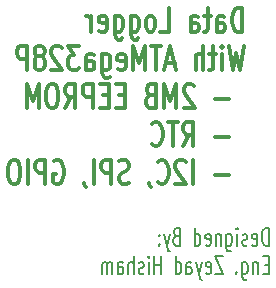
<source format=gbr>
%TF.GenerationSoftware,KiCad,Pcbnew,9.0.2*%
%TF.CreationDate,2025-09-04T16:38:10+03:00*%
%TF.ProjectId,MCU Data Logger,4d435520-4461-4746-9120-4c6f67676572,rev?*%
%TF.SameCoordinates,Original*%
%TF.FileFunction,Legend,Bot*%
%TF.FilePolarity,Positive*%
%FSLAX46Y46*%
G04 Gerber Fmt 4.6, Leading zero omitted, Abs format (unit mm)*
G04 Created by KiCad (PCBNEW 9.0.2) date 2025-09-04 16:38:10*
%MOMM*%
%LPD*%
G01*
G04 APERTURE LIST*
%ADD10C,0.300000*%
%ADD11C,0.200000*%
G04 APERTURE END LIST*
D10*
X160557689Y-38498286D02*
X160557689Y-36498286D01*
X160557689Y-36498286D02*
X160200546Y-36498286D01*
X160200546Y-36498286D02*
X159986260Y-36593524D01*
X159986260Y-36593524D02*
X159843403Y-36784000D01*
X159843403Y-36784000D02*
X159771974Y-36974476D01*
X159771974Y-36974476D02*
X159700546Y-37355428D01*
X159700546Y-37355428D02*
X159700546Y-37641143D01*
X159700546Y-37641143D02*
X159771974Y-38022095D01*
X159771974Y-38022095D02*
X159843403Y-38212571D01*
X159843403Y-38212571D02*
X159986260Y-38403048D01*
X159986260Y-38403048D02*
X160200546Y-38498286D01*
X160200546Y-38498286D02*
X160557689Y-38498286D01*
X158414832Y-38498286D02*
X158414832Y-37450667D01*
X158414832Y-37450667D02*
X158486260Y-37260190D01*
X158486260Y-37260190D02*
X158629117Y-37164952D01*
X158629117Y-37164952D02*
X158914832Y-37164952D01*
X158914832Y-37164952D02*
X159057689Y-37260190D01*
X158414832Y-38403048D02*
X158557689Y-38498286D01*
X158557689Y-38498286D02*
X158914832Y-38498286D01*
X158914832Y-38498286D02*
X159057689Y-38403048D01*
X159057689Y-38403048D02*
X159129117Y-38212571D01*
X159129117Y-38212571D02*
X159129117Y-38022095D01*
X159129117Y-38022095D02*
X159057689Y-37831619D01*
X159057689Y-37831619D02*
X158914832Y-37736381D01*
X158914832Y-37736381D02*
X158557689Y-37736381D01*
X158557689Y-37736381D02*
X158414832Y-37641143D01*
X157914831Y-37164952D02*
X157343403Y-37164952D01*
X157700546Y-36498286D02*
X157700546Y-38212571D01*
X157700546Y-38212571D02*
X157629117Y-38403048D01*
X157629117Y-38403048D02*
X157486260Y-38498286D01*
X157486260Y-38498286D02*
X157343403Y-38498286D01*
X156200546Y-38498286D02*
X156200546Y-37450667D01*
X156200546Y-37450667D02*
X156271974Y-37260190D01*
X156271974Y-37260190D02*
X156414831Y-37164952D01*
X156414831Y-37164952D02*
X156700546Y-37164952D01*
X156700546Y-37164952D02*
X156843403Y-37260190D01*
X156200546Y-38403048D02*
X156343403Y-38498286D01*
X156343403Y-38498286D02*
X156700546Y-38498286D01*
X156700546Y-38498286D02*
X156843403Y-38403048D01*
X156843403Y-38403048D02*
X156914831Y-38212571D01*
X156914831Y-38212571D02*
X156914831Y-38022095D01*
X156914831Y-38022095D02*
X156843403Y-37831619D01*
X156843403Y-37831619D02*
X156700546Y-37736381D01*
X156700546Y-37736381D02*
X156343403Y-37736381D01*
X156343403Y-37736381D02*
X156200546Y-37641143D01*
X153629117Y-38498286D02*
X154343403Y-38498286D01*
X154343403Y-38498286D02*
X154343403Y-36498286D01*
X152914831Y-38498286D02*
X153057688Y-38403048D01*
X153057688Y-38403048D02*
X153129117Y-38307809D01*
X153129117Y-38307809D02*
X153200545Y-38117333D01*
X153200545Y-38117333D02*
X153200545Y-37545905D01*
X153200545Y-37545905D02*
X153129117Y-37355428D01*
X153129117Y-37355428D02*
X153057688Y-37260190D01*
X153057688Y-37260190D02*
X152914831Y-37164952D01*
X152914831Y-37164952D02*
X152700545Y-37164952D01*
X152700545Y-37164952D02*
X152557688Y-37260190D01*
X152557688Y-37260190D02*
X152486260Y-37355428D01*
X152486260Y-37355428D02*
X152414831Y-37545905D01*
X152414831Y-37545905D02*
X152414831Y-38117333D01*
X152414831Y-38117333D02*
X152486260Y-38307809D01*
X152486260Y-38307809D02*
X152557688Y-38403048D01*
X152557688Y-38403048D02*
X152700545Y-38498286D01*
X152700545Y-38498286D02*
X152914831Y-38498286D01*
X151129117Y-37164952D02*
X151129117Y-38784000D01*
X151129117Y-38784000D02*
X151200545Y-38974476D01*
X151200545Y-38974476D02*
X151271974Y-39069714D01*
X151271974Y-39069714D02*
X151414831Y-39164952D01*
X151414831Y-39164952D02*
X151629117Y-39164952D01*
X151629117Y-39164952D02*
X151771974Y-39069714D01*
X151129117Y-38403048D02*
X151271974Y-38498286D01*
X151271974Y-38498286D02*
X151557688Y-38498286D01*
X151557688Y-38498286D02*
X151700545Y-38403048D01*
X151700545Y-38403048D02*
X151771974Y-38307809D01*
X151771974Y-38307809D02*
X151843402Y-38117333D01*
X151843402Y-38117333D02*
X151843402Y-37545905D01*
X151843402Y-37545905D02*
X151771974Y-37355428D01*
X151771974Y-37355428D02*
X151700545Y-37260190D01*
X151700545Y-37260190D02*
X151557688Y-37164952D01*
X151557688Y-37164952D02*
X151271974Y-37164952D01*
X151271974Y-37164952D02*
X151129117Y-37260190D01*
X149771974Y-37164952D02*
X149771974Y-38784000D01*
X149771974Y-38784000D02*
X149843402Y-38974476D01*
X149843402Y-38974476D02*
X149914831Y-39069714D01*
X149914831Y-39069714D02*
X150057688Y-39164952D01*
X150057688Y-39164952D02*
X150271974Y-39164952D01*
X150271974Y-39164952D02*
X150414831Y-39069714D01*
X149771974Y-38403048D02*
X149914831Y-38498286D01*
X149914831Y-38498286D02*
X150200545Y-38498286D01*
X150200545Y-38498286D02*
X150343402Y-38403048D01*
X150343402Y-38403048D02*
X150414831Y-38307809D01*
X150414831Y-38307809D02*
X150486259Y-38117333D01*
X150486259Y-38117333D02*
X150486259Y-37545905D01*
X150486259Y-37545905D02*
X150414831Y-37355428D01*
X150414831Y-37355428D02*
X150343402Y-37260190D01*
X150343402Y-37260190D02*
X150200545Y-37164952D01*
X150200545Y-37164952D02*
X149914831Y-37164952D01*
X149914831Y-37164952D02*
X149771974Y-37260190D01*
X148486259Y-38403048D02*
X148629116Y-38498286D01*
X148629116Y-38498286D02*
X148914831Y-38498286D01*
X148914831Y-38498286D02*
X149057688Y-38403048D01*
X149057688Y-38403048D02*
X149129116Y-38212571D01*
X149129116Y-38212571D02*
X149129116Y-37450667D01*
X149129116Y-37450667D02*
X149057688Y-37260190D01*
X149057688Y-37260190D02*
X148914831Y-37164952D01*
X148914831Y-37164952D02*
X148629116Y-37164952D01*
X148629116Y-37164952D02*
X148486259Y-37260190D01*
X148486259Y-37260190D02*
X148414831Y-37450667D01*
X148414831Y-37450667D02*
X148414831Y-37641143D01*
X148414831Y-37641143D02*
X149129116Y-37831619D01*
X147771974Y-38498286D02*
X147771974Y-37164952D01*
X147771974Y-37545905D02*
X147700545Y-37355428D01*
X147700545Y-37355428D02*
X147629117Y-37260190D01*
X147629117Y-37260190D02*
X147486259Y-37164952D01*
X147486259Y-37164952D02*
X147343402Y-37164952D01*
X160700546Y-39718174D02*
X160343403Y-41718174D01*
X160343403Y-41718174D02*
X160057689Y-40289602D01*
X160057689Y-40289602D02*
X159771974Y-41718174D01*
X159771974Y-41718174D02*
X159414832Y-39718174D01*
X158843403Y-41718174D02*
X158843403Y-40384840D01*
X158843403Y-39718174D02*
X158914831Y-39813412D01*
X158914831Y-39813412D02*
X158843403Y-39908650D01*
X158843403Y-39908650D02*
X158771974Y-39813412D01*
X158771974Y-39813412D02*
X158843403Y-39718174D01*
X158843403Y-39718174D02*
X158843403Y-39908650D01*
X158343402Y-40384840D02*
X157771974Y-40384840D01*
X158129117Y-39718174D02*
X158129117Y-41432459D01*
X158129117Y-41432459D02*
X158057688Y-41622936D01*
X158057688Y-41622936D02*
X157914831Y-41718174D01*
X157914831Y-41718174D02*
X157771974Y-41718174D01*
X157271974Y-41718174D02*
X157271974Y-39718174D01*
X156629117Y-41718174D02*
X156629117Y-40670555D01*
X156629117Y-40670555D02*
X156700545Y-40480078D01*
X156700545Y-40480078D02*
X156843402Y-40384840D01*
X156843402Y-40384840D02*
X157057688Y-40384840D01*
X157057688Y-40384840D02*
X157200545Y-40480078D01*
X157200545Y-40480078D02*
X157271974Y-40575316D01*
X154843402Y-41146745D02*
X154129117Y-41146745D01*
X154986259Y-41718174D02*
X154486259Y-39718174D01*
X154486259Y-39718174D02*
X153986259Y-41718174D01*
X153700545Y-39718174D02*
X152843403Y-39718174D01*
X153271974Y-41718174D02*
X153271974Y-39718174D01*
X152343403Y-41718174D02*
X152343403Y-39718174D01*
X152343403Y-39718174D02*
X151843403Y-41146745D01*
X151843403Y-41146745D02*
X151343403Y-39718174D01*
X151343403Y-39718174D02*
X151343403Y-41718174D01*
X150057688Y-41622936D02*
X150200545Y-41718174D01*
X150200545Y-41718174D02*
X150486260Y-41718174D01*
X150486260Y-41718174D02*
X150629117Y-41622936D01*
X150629117Y-41622936D02*
X150700545Y-41432459D01*
X150700545Y-41432459D02*
X150700545Y-40670555D01*
X150700545Y-40670555D02*
X150629117Y-40480078D01*
X150629117Y-40480078D02*
X150486260Y-40384840D01*
X150486260Y-40384840D02*
X150200545Y-40384840D01*
X150200545Y-40384840D02*
X150057688Y-40480078D01*
X150057688Y-40480078D02*
X149986260Y-40670555D01*
X149986260Y-40670555D02*
X149986260Y-40861031D01*
X149986260Y-40861031D02*
X150700545Y-41051507D01*
X148700546Y-40384840D02*
X148700546Y-42003888D01*
X148700546Y-42003888D02*
X148771974Y-42194364D01*
X148771974Y-42194364D02*
X148843403Y-42289602D01*
X148843403Y-42289602D02*
X148986260Y-42384840D01*
X148986260Y-42384840D02*
X149200546Y-42384840D01*
X149200546Y-42384840D02*
X149343403Y-42289602D01*
X148700546Y-41622936D02*
X148843403Y-41718174D01*
X148843403Y-41718174D02*
X149129117Y-41718174D01*
X149129117Y-41718174D02*
X149271974Y-41622936D01*
X149271974Y-41622936D02*
X149343403Y-41527697D01*
X149343403Y-41527697D02*
X149414831Y-41337221D01*
X149414831Y-41337221D02*
X149414831Y-40765793D01*
X149414831Y-40765793D02*
X149343403Y-40575316D01*
X149343403Y-40575316D02*
X149271974Y-40480078D01*
X149271974Y-40480078D02*
X149129117Y-40384840D01*
X149129117Y-40384840D02*
X148843403Y-40384840D01*
X148843403Y-40384840D02*
X148700546Y-40480078D01*
X147343403Y-41718174D02*
X147343403Y-40670555D01*
X147343403Y-40670555D02*
X147414831Y-40480078D01*
X147414831Y-40480078D02*
X147557688Y-40384840D01*
X147557688Y-40384840D02*
X147843403Y-40384840D01*
X147843403Y-40384840D02*
X147986260Y-40480078D01*
X147343403Y-41622936D02*
X147486260Y-41718174D01*
X147486260Y-41718174D02*
X147843403Y-41718174D01*
X147843403Y-41718174D02*
X147986260Y-41622936D01*
X147986260Y-41622936D02*
X148057688Y-41432459D01*
X148057688Y-41432459D02*
X148057688Y-41241983D01*
X148057688Y-41241983D02*
X147986260Y-41051507D01*
X147986260Y-41051507D02*
X147843403Y-40956269D01*
X147843403Y-40956269D02*
X147486260Y-40956269D01*
X147486260Y-40956269D02*
X147343403Y-40861031D01*
X146771974Y-39718174D02*
X145843402Y-39718174D01*
X145843402Y-39718174D02*
X146343402Y-40480078D01*
X146343402Y-40480078D02*
X146129117Y-40480078D01*
X146129117Y-40480078D02*
X145986260Y-40575316D01*
X145986260Y-40575316D02*
X145914831Y-40670555D01*
X145914831Y-40670555D02*
X145843402Y-40861031D01*
X145843402Y-40861031D02*
X145843402Y-41337221D01*
X145843402Y-41337221D02*
X145914831Y-41527697D01*
X145914831Y-41527697D02*
X145986260Y-41622936D01*
X145986260Y-41622936D02*
X146129117Y-41718174D01*
X146129117Y-41718174D02*
X146557688Y-41718174D01*
X146557688Y-41718174D02*
X146700545Y-41622936D01*
X146700545Y-41622936D02*
X146771974Y-41527697D01*
X145271974Y-39908650D02*
X145200546Y-39813412D01*
X145200546Y-39813412D02*
X145057689Y-39718174D01*
X145057689Y-39718174D02*
X144700546Y-39718174D01*
X144700546Y-39718174D02*
X144557689Y-39813412D01*
X144557689Y-39813412D02*
X144486260Y-39908650D01*
X144486260Y-39908650D02*
X144414831Y-40099126D01*
X144414831Y-40099126D02*
X144414831Y-40289602D01*
X144414831Y-40289602D02*
X144486260Y-40575316D01*
X144486260Y-40575316D02*
X145343403Y-41718174D01*
X145343403Y-41718174D02*
X144414831Y-41718174D01*
X143557689Y-40575316D02*
X143700546Y-40480078D01*
X143700546Y-40480078D02*
X143771975Y-40384840D01*
X143771975Y-40384840D02*
X143843403Y-40194364D01*
X143843403Y-40194364D02*
X143843403Y-40099126D01*
X143843403Y-40099126D02*
X143771975Y-39908650D01*
X143771975Y-39908650D02*
X143700546Y-39813412D01*
X143700546Y-39813412D02*
X143557689Y-39718174D01*
X143557689Y-39718174D02*
X143271975Y-39718174D01*
X143271975Y-39718174D02*
X143129118Y-39813412D01*
X143129118Y-39813412D02*
X143057689Y-39908650D01*
X143057689Y-39908650D02*
X142986260Y-40099126D01*
X142986260Y-40099126D02*
X142986260Y-40194364D01*
X142986260Y-40194364D02*
X143057689Y-40384840D01*
X143057689Y-40384840D02*
X143129118Y-40480078D01*
X143129118Y-40480078D02*
X143271975Y-40575316D01*
X143271975Y-40575316D02*
X143557689Y-40575316D01*
X143557689Y-40575316D02*
X143700546Y-40670555D01*
X143700546Y-40670555D02*
X143771975Y-40765793D01*
X143771975Y-40765793D02*
X143843403Y-40956269D01*
X143843403Y-40956269D02*
X143843403Y-41337221D01*
X143843403Y-41337221D02*
X143771975Y-41527697D01*
X143771975Y-41527697D02*
X143700546Y-41622936D01*
X143700546Y-41622936D02*
X143557689Y-41718174D01*
X143557689Y-41718174D02*
X143271975Y-41718174D01*
X143271975Y-41718174D02*
X143129118Y-41622936D01*
X143129118Y-41622936D02*
X143057689Y-41527697D01*
X143057689Y-41527697D02*
X142986260Y-41337221D01*
X142986260Y-41337221D02*
X142986260Y-40956269D01*
X142986260Y-40956269D02*
X143057689Y-40765793D01*
X143057689Y-40765793D02*
X143129118Y-40670555D01*
X143129118Y-40670555D02*
X143271975Y-40575316D01*
X142343404Y-41718174D02*
X142343404Y-39718174D01*
X142343404Y-39718174D02*
X141771975Y-39718174D01*
X141771975Y-39718174D02*
X141629118Y-39813412D01*
X141629118Y-39813412D02*
X141557689Y-39908650D01*
X141557689Y-39908650D02*
X141486261Y-40099126D01*
X141486261Y-40099126D02*
X141486261Y-40384840D01*
X141486261Y-40384840D02*
X141557689Y-40575316D01*
X141557689Y-40575316D02*
X141629118Y-40670555D01*
X141629118Y-40670555D02*
X141771975Y-40765793D01*
X141771975Y-40765793D02*
X142343404Y-40765793D01*
X159414832Y-44176157D02*
X158271975Y-44176157D01*
X156486260Y-43128538D02*
X156414832Y-43033300D01*
X156414832Y-43033300D02*
X156271975Y-42938062D01*
X156271975Y-42938062D02*
X155914832Y-42938062D01*
X155914832Y-42938062D02*
X155771975Y-43033300D01*
X155771975Y-43033300D02*
X155700546Y-43128538D01*
X155700546Y-43128538D02*
X155629117Y-43319014D01*
X155629117Y-43319014D02*
X155629117Y-43509490D01*
X155629117Y-43509490D02*
X155700546Y-43795204D01*
X155700546Y-43795204D02*
X156557689Y-44938062D01*
X156557689Y-44938062D02*
X155629117Y-44938062D01*
X154986261Y-44938062D02*
X154986261Y-42938062D01*
X154986261Y-42938062D02*
X154486261Y-44366633D01*
X154486261Y-44366633D02*
X153986261Y-42938062D01*
X153986261Y-42938062D02*
X153986261Y-44938062D01*
X152771975Y-43890443D02*
X152557689Y-43985681D01*
X152557689Y-43985681D02*
X152486260Y-44080919D01*
X152486260Y-44080919D02*
X152414832Y-44271395D01*
X152414832Y-44271395D02*
X152414832Y-44557109D01*
X152414832Y-44557109D02*
X152486260Y-44747585D01*
X152486260Y-44747585D02*
X152557689Y-44842824D01*
X152557689Y-44842824D02*
X152700546Y-44938062D01*
X152700546Y-44938062D02*
X153271975Y-44938062D01*
X153271975Y-44938062D02*
X153271975Y-42938062D01*
X153271975Y-42938062D02*
X152771975Y-42938062D01*
X152771975Y-42938062D02*
X152629118Y-43033300D01*
X152629118Y-43033300D02*
X152557689Y-43128538D01*
X152557689Y-43128538D02*
X152486260Y-43319014D01*
X152486260Y-43319014D02*
X152486260Y-43509490D01*
X152486260Y-43509490D02*
X152557689Y-43699966D01*
X152557689Y-43699966D02*
X152629118Y-43795204D01*
X152629118Y-43795204D02*
X152771975Y-43890443D01*
X152771975Y-43890443D02*
X153271975Y-43890443D01*
X150629118Y-43890443D02*
X150129118Y-43890443D01*
X149914832Y-44938062D02*
X150629118Y-44938062D01*
X150629118Y-44938062D02*
X150629118Y-42938062D01*
X150629118Y-42938062D02*
X149914832Y-42938062D01*
X149271975Y-43890443D02*
X148771975Y-43890443D01*
X148557689Y-44938062D02*
X149271975Y-44938062D01*
X149271975Y-44938062D02*
X149271975Y-42938062D01*
X149271975Y-42938062D02*
X148557689Y-42938062D01*
X147914832Y-44938062D02*
X147914832Y-42938062D01*
X147914832Y-42938062D02*
X147343403Y-42938062D01*
X147343403Y-42938062D02*
X147200546Y-43033300D01*
X147200546Y-43033300D02*
X147129117Y-43128538D01*
X147129117Y-43128538D02*
X147057689Y-43319014D01*
X147057689Y-43319014D02*
X147057689Y-43604728D01*
X147057689Y-43604728D02*
X147129117Y-43795204D01*
X147129117Y-43795204D02*
X147200546Y-43890443D01*
X147200546Y-43890443D02*
X147343403Y-43985681D01*
X147343403Y-43985681D02*
X147914832Y-43985681D01*
X145557689Y-44938062D02*
X146057689Y-43985681D01*
X146414832Y-44938062D02*
X146414832Y-42938062D01*
X146414832Y-42938062D02*
X145843403Y-42938062D01*
X145843403Y-42938062D02*
X145700546Y-43033300D01*
X145700546Y-43033300D02*
X145629117Y-43128538D01*
X145629117Y-43128538D02*
X145557689Y-43319014D01*
X145557689Y-43319014D02*
X145557689Y-43604728D01*
X145557689Y-43604728D02*
X145629117Y-43795204D01*
X145629117Y-43795204D02*
X145700546Y-43890443D01*
X145700546Y-43890443D02*
X145843403Y-43985681D01*
X145843403Y-43985681D02*
X146414832Y-43985681D01*
X144629117Y-42938062D02*
X144343403Y-42938062D01*
X144343403Y-42938062D02*
X144200546Y-43033300D01*
X144200546Y-43033300D02*
X144057689Y-43223776D01*
X144057689Y-43223776D02*
X143986260Y-43604728D01*
X143986260Y-43604728D02*
X143986260Y-44271395D01*
X143986260Y-44271395D02*
X144057689Y-44652347D01*
X144057689Y-44652347D02*
X144200546Y-44842824D01*
X144200546Y-44842824D02*
X144343403Y-44938062D01*
X144343403Y-44938062D02*
X144629117Y-44938062D01*
X144629117Y-44938062D02*
X144771975Y-44842824D01*
X144771975Y-44842824D02*
X144914832Y-44652347D01*
X144914832Y-44652347D02*
X144986260Y-44271395D01*
X144986260Y-44271395D02*
X144986260Y-43604728D01*
X144986260Y-43604728D02*
X144914832Y-43223776D01*
X144914832Y-43223776D02*
X144771975Y-43033300D01*
X144771975Y-43033300D02*
X144629117Y-42938062D01*
X143343403Y-44938062D02*
X143343403Y-42938062D01*
X143343403Y-42938062D02*
X142843403Y-44366633D01*
X142843403Y-44366633D02*
X142343403Y-42938062D01*
X142343403Y-42938062D02*
X142343403Y-44938062D01*
X159414832Y-47396045D02*
X158271975Y-47396045D01*
X155557689Y-48157950D02*
X156057689Y-47205569D01*
X156414832Y-48157950D02*
X156414832Y-46157950D01*
X156414832Y-46157950D02*
X155843403Y-46157950D01*
X155843403Y-46157950D02*
X155700546Y-46253188D01*
X155700546Y-46253188D02*
X155629117Y-46348426D01*
X155629117Y-46348426D02*
X155557689Y-46538902D01*
X155557689Y-46538902D02*
X155557689Y-46824616D01*
X155557689Y-46824616D02*
X155629117Y-47015092D01*
X155629117Y-47015092D02*
X155700546Y-47110331D01*
X155700546Y-47110331D02*
X155843403Y-47205569D01*
X155843403Y-47205569D02*
X156414832Y-47205569D01*
X155129117Y-46157950D02*
X154271975Y-46157950D01*
X154700546Y-48157950D02*
X154700546Y-46157950D01*
X152914832Y-47967473D02*
X152986260Y-48062712D01*
X152986260Y-48062712D02*
X153200546Y-48157950D01*
X153200546Y-48157950D02*
X153343403Y-48157950D01*
X153343403Y-48157950D02*
X153557689Y-48062712D01*
X153557689Y-48062712D02*
X153700546Y-47872235D01*
X153700546Y-47872235D02*
X153771975Y-47681759D01*
X153771975Y-47681759D02*
X153843403Y-47300807D01*
X153843403Y-47300807D02*
X153843403Y-47015092D01*
X153843403Y-47015092D02*
X153771975Y-46634140D01*
X153771975Y-46634140D02*
X153700546Y-46443664D01*
X153700546Y-46443664D02*
X153557689Y-46253188D01*
X153557689Y-46253188D02*
X153343403Y-46157950D01*
X153343403Y-46157950D02*
X153200546Y-46157950D01*
X153200546Y-46157950D02*
X152986260Y-46253188D01*
X152986260Y-46253188D02*
X152914832Y-46348426D01*
X159414832Y-50615933D02*
X158271975Y-50615933D01*
X156414832Y-51377838D02*
X156414832Y-49377838D01*
X155771974Y-49568314D02*
X155700546Y-49473076D01*
X155700546Y-49473076D02*
X155557689Y-49377838D01*
X155557689Y-49377838D02*
X155200546Y-49377838D01*
X155200546Y-49377838D02*
X155057689Y-49473076D01*
X155057689Y-49473076D02*
X154986260Y-49568314D01*
X154986260Y-49568314D02*
X154914831Y-49758790D01*
X154914831Y-49758790D02*
X154914831Y-49949266D01*
X154914831Y-49949266D02*
X154986260Y-50234980D01*
X154986260Y-50234980D02*
X155843403Y-51377838D01*
X155843403Y-51377838D02*
X154914831Y-51377838D01*
X153414832Y-51187361D02*
X153486260Y-51282600D01*
X153486260Y-51282600D02*
X153700546Y-51377838D01*
X153700546Y-51377838D02*
X153843403Y-51377838D01*
X153843403Y-51377838D02*
X154057689Y-51282600D01*
X154057689Y-51282600D02*
X154200546Y-51092123D01*
X154200546Y-51092123D02*
X154271975Y-50901647D01*
X154271975Y-50901647D02*
X154343403Y-50520695D01*
X154343403Y-50520695D02*
X154343403Y-50234980D01*
X154343403Y-50234980D02*
X154271975Y-49854028D01*
X154271975Y-49854028D02*
X154200546Y-49663552D01*
X154200546Y-49663552D02*
X154057689Y-49473076D01*
X154057689Y-49473076D02*
X153843403Y-49377838D01*
X153843403Y-49377838D02*
X153700546Y-49377838D01*
X153700546Y-49377838D02*
X153486260Y-49473076D01*
X153486260Y-49473076D02*
X153414832Y-49568314D01*
X152700546Y-51282600D02*
X152700546Y-51377838D01*
X152700546Y-51377838D02*
X152771975Y-51568314D01*
X152771975Y-51568314D02*
X152843403Y-51663552D01*
X150986260Y-51282600D02*
X150771975Y-51377838D01*
X150771975Y-51377838D02*
X150414832Y-51377838D01*
X150414832Y-51377838D02*
X150271975Y-51282600D01*
X150271975Y-51282600D02*
X150200546Y-51187361D01*
X150200546Y-51187361D02*
X150129117Y-50996885D01*
X150129117Y-50996885D02*
X150129117Y-50806409D01*
X150129117Y-50806409D02*
X150200546Y-50615933D01*
X150200546Y-50615933D02*
X150271975Y-50520695D01*
X150271975Y-50520695D02*
X150414832Y-50425457D01*
X150414832Y-50425457D02*
X150700546Y-50330219D01*
X150700546Y-50330219D02*
X150843403Y-50234980D01*
X150843403Y-50234980D02*
X150914832Y-50139742D01*
X150914832Y-50139742D02*
X150986260Y-49949266D01*
X150986260Y-49949266D02*
X150986260Y-49758790D01*
X150986260Y-49758790D02*
X150914832Y-49568314D01*
X150914832Y-49568314D02*
X150843403Y-49473076D01*
X150843403Y-49473076D02*
X150700546Y-49377838D01*
X150700546Y-49377838D02*
X150343403Y-49377838D01*
X150343403Y-49377838D02*
X150129117Y-49473076D01*
X149486261Y-51377838D02*
X149486261Y-49377838D01*
X149486261Y-49377838D02*
X148914832Y-49377838D01*
X148914832Y-49377838D02*
X148771975Y-49473076D01*
X148771975Y-49473076D02*
X148700546Y-49568314D01*
X148700546Y-49568314D02*
X148629118Y-49758790D01*
X148629118Y-49758790D02*
X148629118Y-50044504D01*
X148629118Y-50044504D02*
X148700546Y-50234980D01*
X148700546Y-50234980D02*
X148771975Y-50330219D01*
X148771975Y-50330219D02*
X148914832Y-50425457D01*
X148914832Y-50425457D02*
X149486261Y-50425457D01*
X147986261Y-51377838D02*
X147986261Y-49377838D01*
X147200546Y-51282600D02*
X147200546Y-51377838D01*
X147200546Y-51377838D02*
X147271975Y-51568314D01*
X147271975Y-51568314D02*
X147343403Y-51663552D01*
X144629117Y-49473076D02*
X144771975Y-49377838D01*
X144771975Y-49377838D02*
X144986260Y-49377838D01*
X144986260Y-49377838D02*
X145200546Y-49473076D01*
X145200546Y-49473076D02*
X145343403Y-49663552D01*
X145343403Y-49663552D02*
X145414832Y-49854028D01*
X145414832Y-49854028D02*
X145486260Y-50234980D01*
X145486260Y-50234980D02*
X145486260Y-50520695D01*
X145486260Y-50520695D02*
X145414832Y-50901647D01*
X145414832Y-50901647D02*
X145343403Y-51092123D01*
X145343403Y-51092123D02*
X145200546Y-51282600D01*
X145200546Y-51282600D02*
X144986260Y-51377838D01*
X144986260Y-51377838D02*
X144843403Y-51377838D01*
X144843403Y-51377838D02*
X144629117Y-51282600D01*
X144629117Y-51282600D02*
X144557689Y-51187361D01*
X144557689Y-51187361D02*
X144557689Y-50520695D01*
X144557689Y-50520695D02*
X144843403Y-50520695D01*
X143914832Y-51377838D02*
X143914832Y-49377838D01*
X143914832Y-49377838D02*
X143343403Y-49377838D01*
X143343403Y-49377838D02*
X143200546Y-49473076D01*
X143200546Y-49473076D02*
X143129117Y-49568314D01*
X143129117Y-49568314D02*
X143057689Y-49758790D01*
X143057689Y-49758790D02*
X143057689Y-50044504D01*
X143057689Y-50044504D02*
X143129117Y-50234980D01*
X143129117Y-50234980D02*
X143200546Y-50330219D01*
X143200546Y-50330219D02*
X143343403Y-50425457D01*
X143343403Y-50425457D02*
X143914832Y-50425457D01*
X142414832Y-51377838D02*
X142414832Y-49377838D01*
X141414831Y-49377838D02*
X141129117Y-49377838D01*
X141129117Y-49377838D02*
X140986260Y-49473076D01*
X140986260Y-49473076D02*
X140843403Y-49663552D01*
X140843403Y-49663552D02*
X140771974Y-50044504D01*
X140771974Y-50044504D02*
X140771974Y-50711171D01*
X140771974Y-50711171D02*
X140843403Y-51092123D01*
X140843403Y-51092123D02*
X140986260Y-51282600D01*
X140986260Y-51282600D02*
X141129117Y-51377838D01*
X141129117Y-51377838D02*
X141414831Y-51377838D01*
X141414831Y-51377838D02*
X141557689Y-51282600D01*
X141557689Y-51282600D02*
X141700546Y-51092123D01*
X141700546Y-51092123D02*
X141771974Y-50711171D01*
X141771974Y-50711171D02*
X141771974Y-50044504D01*
X141771974Y-50044504D02*
X141700546Y-49663552D01*
X141700546Y-49663552D02*
X141557689Y-49473076D01*
X141557689Y-49473076D02*
X141414831Y-49377838D01*
D11*
X162799926Y-56598512D02*
X162799926Y-55098512D01*
X162799926Y-55098512D02*
X162561831Y-55098512D01*
X162561831Y-55098512D02*
X162418974Y-55169941D01*
X162418974Y-55169941D02*
X162323736Y-55312798D01*
X162323736Y-55312798D02*
X162276117Y-55455655D01*
X162276117Y-55455655D02*
X162228498Y-55741369D01*
X162228498Y-55741369D02*
X162228498Y-55955655D01*
X162228498Y-55955655D02*
X162276117Y-56241369D01*
X162276117Y-56241369D02*
X162323736Y-56384226D01*
X162323736Y-56384226D02*
X162418974Y-56527084D01*
X162418974Y-56527084D02*
X162561831Y-56598512D01*
X162561831Y-56598512D02*
X162799926Y-56598512D01*
X161418974Y-56527084D02*
X161514212Y-56598512D01*
X161514212Y-56598512D02*
X161704688Y-56598512D01*
X161704688Y-56598512D02*
X161799926Y-56527084D01*
X161799926Y-56527084D02*
X161847545Y-56384226D01*
X161847545Y-56384226D02*
X161847545Y-55812798D01*
X161847545Y-55812798D02*
X161799926Y-55669941D01*
X161799926Y-55669941D02*
X161704688Y-55598512D01*
X161704688Y-55598512D02*
X161514212Y-55598512D01*
X161514212Y-55598512D02*
X161418974Y-55669941D01*
X161418974Y-55669941D02*
X161371355Y-55812798D01*
X161371355Y-55812798D02*
X161371355Y-55955655D01*
X161371355Y-55955655D02*
X161847545Y-56098512D01*
X160990402Y-56527084D02*
X160895164Y-56598512D01*
X160895164Y-56598512D02*
X160704688Y-56598512D01*
X160704688Y-56598512D02*
X160609450Y-56527084D01*
X160609450Y-56527084D02*
X160561831Y-56384226D01*
X160561831Y-56384226D02*
X160561831Y-56312798D01*
X160561831Y-56312798D02*
X160609450Y-56169941D01*
X160609450Y-56169941D02*
X160704688Y-56098512D01*
X160704688Y-56098512D02*
X160847545Y-56098512D01*
X160847545Y-56098512D02*
X160942783Y-56027084D01*
X160942783Y-56027084D02*
X160990402Y-55884226D01*
X160990402Y-55884226D02*
X160990402Y-55812798D01*
X160990402Y-55812798D02*
X160942783Y-55669941D01*
X160942783Y-55669941D02*
X160847545Y-55598512D01*
X160847545Y-55598512D02*
X160704688Y-55598512D01*
X160704688Y-55598512D02*
X160609450Y-55669941D01*
X160133259Y-56598512D02*
X160133259Y-55598512D01*
X160133259Y-55098512D02*
X160180878Y-55169941D01*
X160180878Y-55169941D02*
X160133259Y-55241369D01*
X160133259Y-55241369D02*
X160085640Y-55169941D01*
X160085640Y-55169941D02*
X160133259Y-55098512D01*
X160133259Y-55098512D02*
X160133259Y-55241369D01*
X159228498Y-55598512D02*
X159228498Y-56812798D01*
X159228498Y-56812798D02*
X159276117Y-56955655D01*
X159276117Y-56955655D02*
X159323736Y-57027084D01*
X159323736Y-57027084D02*
X159418974Y-57098512D01*
X159418974Y-57098512D02*
X159561831Y-57098512D01*
X159561831Y-57098512D02*
X159657069Y-57027084D01*
X159228498Y-56527084D02*
X159323736Y-56598512D01*
X159323736Y-56598512D02*
X159514212Y-56598512D01*
X159514212Y-56598512D02*
X159609450Y-56527084D01*
X159609450Y-56527084D02*
X159657069Y-56455655D01*
X159657069Y-56455655D02*
X159704688Y-56312798D01*
X159704688Y-56312798D02*
X159704688Y-55884226D01*
X159704688Y-55884226D02*
X159657069Y-55741369D01*
X159657069Y-55741369D02*
X159609450Y-55669941D01*
X159609450Y-55669941D02*
X159514212Y-55598512D01*
X159514212Y-55598512D02*
X159323736Y-55598512D01*
X159323736Y-55598512D02*
X159228498Y-55669941D01*
X158752307Y-55598512D02*
X158752307Y-56598512D01*
X158752307Y-55741369D02*
X158704688Y-55669941D01*
X158704688Y-55669941D02*
X158609450Y-55598512D01*
X158609450Y-55598512D02*
X158466593Y-55598512D01*
X158466593Y-55598512D02*
X158371355Y-55669941D01*
X158371355Y-55669941D02*
X158323736Y-55812798D01*
X158323736Y-55812798D02*
X158323736Y-56598512D01*
X157466593Y-56527084D02*
X157561831Y-56598512D01*
X157561831Y-56598512D02*
X157752307Y-56598512D01*
X157752307Y-56598512D02*
X157847545Y-56527084D01*
X157847545Y-56527084D02*
X157895164Y-56384226D01*
X157895164Y-56384226D02*
X157895164Y-55812798D01*
X157895164Y-55812798D02*
X157847545Y-55669941D01*
X157847545Y-55669941D02*
X157752307Y-55598512D01*
X157752307Y-55598512D02*
X157561831Y-55598512D01*
X157561831Y-55598512D02*
X157466593Y-55669941D01*
X157466593Y-55669941D02*
X157418974Y-55812798D01*
X157418974Y-55812798D02*
X157418974Y-55955655D01*
X157418974Y-55955655D02*
X157895164Y-56098512D01*
X156561831Y-56598512D02*
X156561831Y-55098512D01*
X156561831Y-56527084D02*
X156657069Y-56598512D01*
X156657069Y-56598512D02*
X156847545Y-56598512D01*
X156847545Y-56598512D02*
X156942783Y-56527084D01*
X156942783Y-56527084D02*
X156990402Y-56455655D01*
X156990402Y-56455655D02*
X157038021Y-56312798D01*
X157038021Y-56312798D02*
X157038021Y-55884226D01*
X157038021Y-55884226D02*
X156990402Y-55741369D01*
X156990402Y-55741369D02*
X156942783Y-55669941D01*
X156942783Y-55669941D02*
X156847545Y-55598512D01*
X156847545Y-55598512D02*
X156657069Y-55598512D01*
X156657069Y-55598512D02*
X156561831Y-55669941D01*
X154990402Y-55812798D02*
X154847545Y-55884226D01*
X154847545Y-55884226D02*
X154799926Y-55955655D01*
X154799926Y-55955655D02*
X154752307Y-56098512D01*
X154752307Y-56098512D02*
X154752307Y-56312798D01*
X154752307Y-56312798D02*
X154799926Y-56455655D01*
X154799926Y-56455655D02*
X154847545Y-56527084D01*
X154847545Y-56527084D02*
X154942783Y-56598512D01*
X154942783Y-56598512D02*
X155323735Y-56598512D01*
X155323735Y-56598512D02*
X155323735Y-55098512D01*
X155323735Y-55098512D02*
X154990402Y-55098512D01*
X154990402Y-55098512D02*
X154895164Y-55169941D01*
X154895164Y-55169941D02*
X154847545Y-55241369D01*
X154847545Y-55241369D02*
X154799926Y-55384226D01*
X154799926Y-55384226D02*
X154799926Y-55527084D01*
X154799926Y-55527084D02*
X154847545Y-55669941D01*
X154847545Y-55669941D02*
X154895164Y-55741369D01*
X154895164Y-55741369D02*
X154990402Y-55812798D01*
X154990402Y-55812798D02*
X155323735Y-55812798D01*
X154418973Y-55598512D02*
X154180878Y-56598512D01*
X153942783Y-55598512D02*
X154180878Y-56598512D01*
X154180878Y-56598512D02*
X154276116Y-56955655D01*
X154276116Y-56955655D02*
X154323735Y-57027084D01*
X154323735Y-57027084D02*
X154418973Y-57098512D01*
X153561830Y-56455655D02*
X153514211Y-56527084D01*
X153514211Y-56527084D02*
X153561830Y-56598512D01*
X153561830Y-56598512D02*
X153609449Y-56527084D01*
X153609449Y-56527084D02*
X153561830Y-56455655D01*
X153561830Y-56455655D02*
X153561830Y-56598512D01*
X153561830Y-55669941D02*
X153514211Y-55741369D01*
X153514211Y-55741369D02*
X153561830Y-55812798D01*
X153561830Y-55812798D02*
X153609449Y-55741369D01*
X153609449Y-55741369D02*
X153561830Y-55669941D01*
X153561830Y-55669941D02*
X153561830Y-55812798D01*
X162799926Y-58227714D02*
X162466593Y-58227714D01*
X162323736Y-59013428D02*
X162799926Y-59013428D01*
X162799926Y-59013428D02*
X162799926Y-57513428D01*
X162799926Y-57513428D02*
X162323736Y-57513428D01*
X161895164Y-58013428D02*
X161895164Y-59013428D01*
X161895164Y-58156285D02*
X161847545Y-58084857D01*
X161847545Y-58084857D02*
X161752307Y-58013428D01*
X161752307Y-58013428D02*
X161609450Y-58013428D01*
X161609450Y-58013428D02*
X161514212Y-58084857D01*
X161514212Y-58084857D02*
X161466593Y-58227714D01*
X161466593Y-58227714D02*
X161466593Y-59013428D01*
X160561831Y-58013428D02*
X160561831Y-59227714D01*
X160561831Y-59227714D02*
X160609450Y-59370571D01*
X160609450Y-59370571D02*
X160657069Y-59442000D01*
X160657069Y-59442000D02*
X160752307Y-59513428D01*
X160752307Y-59513428D02*
X160895164Y-59513428D01*
X160895164Y-59513428D02*
X160990402Y-59442000D01*
X160561831Y-58942000D02*
X160657069Y-59013428D01*
X160657069Y-59013428D02*
X160847545Y-59013428D01*
X160847545Y-59013428D02*
X160942783Y-58942000D01*
X160942783Y-58942000D02*
X160990402Y-58870571D01*
X160990402Y-58870571D02*
X161038021Y-58727714D01*
X161038021Y-58727714D02*
X161038021Y-58299142D01*
X161038021Y-58299142D02*
X160990402Y-58156285D01*
X160990402Y-58156285D02*
X160942783Y-58084857D01*
X160942783Y-58084857D02*
X160847545Y-58013428D01*
X160847545Y-58013428D02*
X160657069Y-58013428D01*
X160657069Y-58013428D02*
X160561831Y-58084857D01*
X160085640Y-58870571D02*
X160038021Y-58942000D01*
X160038021Y-58942000D02*
X160085640Y-59013428D01*
X160085640Y-59013428D02*
X160133259Y-58942000D01*
X160133259Y-58942000D02*
X160085640Y-58870571D01*
X160085640Y-58870571D02*
X160085640Y-59013428D01*
X158942783Y-57513428D02*
X158276117Y-57513428D01*
X158276117Y-57513428D02*
X158942783Y-59013428D01*
X158942783Y-59013428D02*
X158276117Y-59013428D01*
X157514212Y-58942000D02*
X157609450Y-59013428D01*
X157609450Y-59013428D02*
X157799926Y-59013428D01*
X157799926Y-59013428D02*
X157895164Y-58942000D01*
X157895164Y-58942000D02*
X157942783Y-58799142D01*
X157942783Y-58799142D02*
X157942783Y-58227714D01*
X157942783Y-58227714D02*
X157895164Y-58084857D01*
X157895164Y-58084857D02*
X157799926Y-58013428D01*
X157799926Y-58013428D02*
X157609450Y-58013428D01*
X157609450Y-58013428D02*
X157514212Y-58084857D01*
X157514212Y-58084857D02*
X157466593Y-58227714D01*
X157466593Y-58227714D02*
X157466593Y-58370571D01*
X157466593Y-58370571D02*
X157942783Y-58513428D01*
X157133259Y-58013428D02*
X156895164Y-59013428D01*
X156657069Y-58013428D02*
X156895164Y-59013428D01*
X156895164Y-59013428D02*
X156990402Y-59370571D01*
X156990402Y-59370571D02*
X157038021Y-59442000D01*
X157038021Y-59442000D02*
X157133259Y-59513428D01*
X155847545Y-59013428D02*
X155847545Y-58227714D01*
X155847545Y-58227714D02*
X155895164Y-58084857D01*
X155895164Y-58084857D02*
X155990402Y-58013428D01*
X155990402Y-58013428D02*
X156180878Y-58013428D01*
X156180878Y-58013428D02*
X156276116Y-58084857D01*
X155847545Y-58942000D02*
X155942783Y-59013428D01*
X155942783Y-59013428D02*
X156180878Y-59013428D01*
X156180878Y-59013428D02*
X156276116Y-58942000D01*
X156276116Y-58942000D02*
X156323735Y-58799142D01*
X156323735Y-58799142D02*
X156323735Y-58656285D01*
X156323735Y-58656285D02*
X156276116Y-58513428D01*
X156276116Y-58513428D02*
X156180878Y-58442000D01*
X156180878Y-58442000D02*
X155942783Y-58442000D01*
X155942783Y-58442000D02*
X155847545Y-58370571D01*
X154942783Y-59013428D02*
X154942783Y-57513428D01*
X154942783Y-58942000D02*
X155038021Y-59013428D01*
X155038021Y-59013428D02*
X155228497Y-59013428D01*
X155228497Y-59013428D02*
X155323735Y-58942000D01*
X155323735Y-58942000D02*
X155371354Y-58870571D01*
X155371354Y-58870571D02*
X155418973Y-58727714D01*
X155418973Y-58727714D02*
X155418973Y-58299142D01*
X155418973Y-58299142D02*
X155371354Y-58156285D01*
X155371354Y-58156285D02*
X155323735Y-58084857D01*
X155323735Y-58084857D02*
X155228497Y-58013428D01*
X155228497Y-58013428D02*
X155038021Y-58013428D01*
X155038021Y-58013428D02*
X154942783Y-58084857D01*
X153704687Y-59013428D02*
X153704687Y-57513428D01*
X153704687Y-58227714D02*
X153133259Y-58227714D01*
X153133259Y-59013428D02*
X153133259Y-57513428D01*
X152657068Y-59013428D02*
X152657068Y-58013428D01*
X152657068Y-57513428D02*
X152704687Y-57584857D01*
X152704687Y-57584857D02*
X152657068Y-57656285D01*
X152657068Y-57656285D02*
X152609449Y-57584857D01*
X152609449Y-57584857D02*
X152657068Y-57513428D01*
X152657068Y-57513428D02*
X152657068Y-57656285D01*
X152228497Y-58942000D02*
X152133259Y-59013428D01*
X152133259Y-59013428D02*
X151942783Y-59013428D01*
X151942783Y-59013428D02*
X151847545Y-58942000D01*
X151847545Y-58942000D02*
X151799926Y-58799142D01*
X151799926Y-58799142D02*
X151799926Y-58727714D01*
X151799926Y-58727714D02*
X151847545Y-58584857D01*
X151847545Y-58584857D02*
X151942783Y-58513428D01*
X151942783Y-58513428D02*
X152085640Y-58513428D01*
X152085640Y-58513428D02*
X152180878Y-58442000D01*
X152180878Y-58442000D02*
X152228497Y-58299142D01*
X152228497Y-58299142D02*
X152228497Y-58227714D01*
X152228497Y-58227714D02*
X152180878Y-58084857D01*
X152180878Y-58084857D02*
X152085640Y-58013428D01*
X152085640Y-58013428D02*
X151942783Y-58013428D01*
X151942783Y-58013428D02*
X151847545Y-58084857D01*
X151371354Y-59013428D02*
X151371354Y-57513428D01*
X150942783Y-59013428D02*
X150942783Y-58227714D01*
X150942783Y-58227714D02*
X150990402Y-58084857D01*
X150990402Y-58084857D02*
X151085640Y-58013428D01*
X151085640Y-58013428D02*
X151228497Y-58013428D01*
X151228497Y-58013428D02*
X151323735Y-58084857D01*
X151323735Y-58084857D02*
X151371354Y-58156285D01*
X150038021Y-59013428D02*
X150038021Y-58227714D01*
X150038021Y-58227714D02*
X150085640Y-58084857D01*
X150085640Y-58084857D02*
X150180878Y-58013428D01*
X150180878Y-58013428D02*
X150371354Y-58013428D01*
X150371354Y-58013428D02*
X150466592Y-58084857D01*
X150038021Y-58942000D02*
X150133259Y-59013428D01*
X150133259Y-59013428D02*
X150371354Y-59013428D01*
X150371354Y-59013428D02*
X150466592Y-58942000D01*
X150466592Y-58942000D02*
X150514211Y-58799142D01*
X150514211Y-58799142D02*
X150514211Y-58656285D01*
X150514211Y-58656285D02*
X150466592Y-58513428D01*
X150466592Y-58513428D02*
X150371354Y-58442000D01*
X150371354Y-58442000D02*
X150133259Y-58442000D01*
X150133259Y-58442000D02*
X150038021Y-58370571D01*
X149561830Y-59013428D02*
X149561830Y-58013428D01*
X149561830Y-58156285D02*
X149514211Y-58084857D01*
X149514211Y-58084857D02*
X149418973Y-58013428D01*
X149418973Y-58013428D02*
X149276116Y-58013428D01*
X149276116Y-58013428D02*
X149180878Y-58084857D01*
X149180878Y-58084857D02*
X149133259Y-58227714D01*
X149133259Y-58227714D02*
X149133259Y-59013428D01*
X149133259Y-58227714D02*
X149085640Y-58084857D01*
X149085640Y-58084857D02*
X148990402Y-58013428D01*
X148990402Y-58013428D02*
X148847545Y-58013428D01*
X148847545Y-58013428D02*
X148752306Y-58084857D01*
X148752306Y-58084857D02*
X148704687Y-58227714D01*
X148704687Y-58227714D02*
X148704687Y-59013428D01*
M02*

</source>
